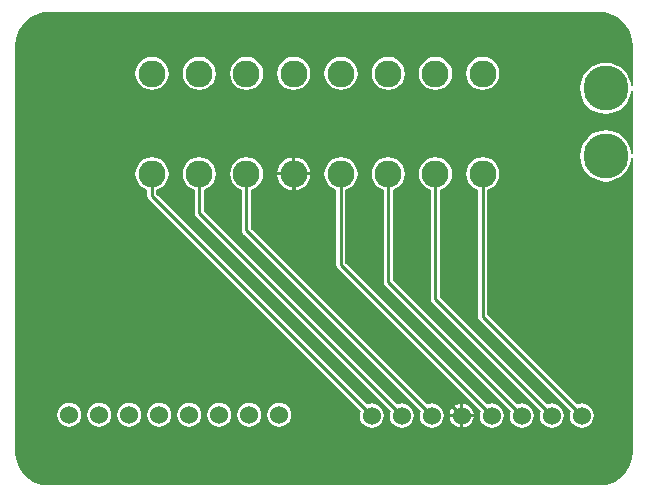
<source format=gbl>
%FSTAX23Y23*%
%MOIN*%
%SFA1B1*%

%IPPOS*%
%ADD10C,0.010000*%
%ADD11C,0.090000*%
%ADD12C,0.060000*%
%ADD13C,0.150000*%
%LNobdii-bo-1*%
%LPD*%
G36*
X00336Y00857D02*
X02175D01*
X02191Y00856*
X02207Y00852*
X02223Y00845*
X02238Y00836*
X02251Y00825*
X02262Y00812*
X02271Y00797*
X02278Y00781*
X02282Y00765*
X02283Y00748*
X02283Y00748*
Y0061*
X02278Y0061*
X02277Y00619*
X02272Y00635*
X02265Y0065*
X02254Y00663*
X02241Y00674*
X02226Y00681*
X0221Y00686*
X02194Y00688*
X02177Y00686*
X02161Y00681*
X02146Y00674*
X02133Y00663*
X02122Y0065*
X02115Y00635*
X0211Y00619*
X02108Y00603*
X0211Y00586*
X02115Y0057*
X02122Y00555*
X02133Y00542*
X02146Y00531*
X02161Y00524*
X02177Y00519*
X02194Y00517*
X0221Y00519*
X02226Y00524*
X02241Y00531*
X02254Y00542*
X02265Y00555*
X02272Y0057*
X02277Y00586*
X02278Y00595*
X02283Y00595*
Y00385*
X02278Y00385*
X02277Y00394*
X02272Y0041*
X02265Y00425*
X02254Y00438*
X02241Y00449*
X02226Y00456*
X0221Y00461*
X02194Y00463*
X02177Y00461*
X02161Y00456*
X02146Y00449*
X02133Y00438*
X02122Y00425*
X02115Y0041*
X0211Y00394*
X02108Y00378*
X0211Y00361*
X02115Y00345*
X02122Y0033*
X02133Y00317*
X02146Y00306*
X02161Y00299*
X02177Y00294*
X02194Y00292*
X0221Y00294*
X02226Y00299*
X02241Y00306*
X02254Y00317*
X02265Y0033*
X02272Y00345*
X02277Y00361*
X02278Y0037*
X02283Y0037*
Y-00611*
X02283Y-00611*
X02282Y-00628*
X02278Y-00644*
X02271Y-0066*
X02262Y-00675*
X02251Y-00688*
X02238Y-00699*
X02223Y-00708*
X02207Y-00715*
X02191Y-00719*
X02174Y-0072*
X02174Y-0072*
X00336*
X00335Y-0072*
X00318Y-00719*
X00302Y-00715*
X00286Y-00708*
X00271Y-00699*
X00258Y-00688*
X00247Y-00675*
X00238Y-0066*
X00231Y-00644*
X00227Y-00628*
X00226Y-00615*
X00226Y-00611*
Y-0061*
Y-00606*
Y00748*
X00226Y00748*
X00227Y00765*
X00231Y00781*
X00238Y00797*
X00247Y00812*
X00258Y00825*
X00271Y00836*
X00286Y00845*
X00302Y00852*
X00318Y00856*
X00335Y00857*
X00336Y00857*
G37*
%LNobdii-bo-2*%
%LPC*%
G36*
X01784Y00708D02*
X01769Y00706D01*
X01756Y007*
X01744Y00691*
X01735Y0068*
X0173Y00667*
X01728Y00652*
X0173Y00638*
X01735Y00624*
X01744Y00613*
X01756Y00604*
X01769Y00599*
X01784Y00597*
X01798Y00599*
X01811Y00604*
X01823Y00613*
X01832Y00624*
X01837Y00638*
X01839Y00652*
X01837Y00667*
X01832Y0068*
X01823Y00691*
X01811Y007*
X01798Y00706*
X01784Y00708*
G37*
G36*
X01626D02*
X01612Y00706D01*
X01598Y007*
X01587Y00691*
X01578Y0068*
X01572Y00667*
X01571Y00652*
X01572Y00638*
X01578Y00624*
X01587Y00613*
X01598Y00604*
X01612Y00599*
X01626Y00597*
X0164Y00599*
X01654Y00604*
X01665Y00613*
X01674Y00624*
X0168Y00638*
X01681Y00652*
X0168Y00667*
X01674Y0068*
X01665Y00691*
X01654Y007*
X0164Y00706*
X01626Y00708*
G37*
G36*
X01469D02*
X01454Y00706D01*
X01441Y007*
X01429Y00691*
X01421Y0068*
X01415Y00667*
X01413Y00652*
X01415Y00638*
X01421Y00624*
X01429Y00613*
X01441Y00604*
X01454Y00599*
X01469Y00597*
X01483Y00599*
X01496Y00604*
X01508Y00613*
X01517Y00624*
X01522Y00638*
X01524Y00652*
X01522Y00667*
X01517Y0068*
X01508Y00691*
X01496Y007*
X01483Y00706*
X01469Y00708*
G37*
G36*
X01311D02*
X01297Y00706D01*
X01283Y007*
X01272Y00691*
X01263Y0068*
X01257Y00667*
X01256Y00652*
X01257Y00638*
X01263Y00624*
X01272Y00613*
X01283Y00604*
X01297Y00599*
X01311Y00597*
X01325Y00599*
X01339Y00604*
X0135Y00613*
X01359Y00624*
X01365Y00638*
X01367Y00652*
X01365Y00667*
X01359Y0068*
X0135Y00691*
X01339Y007*
X01325Y00706*
X01311Y00708*
G37*
G36*
X01154D02*
X01139Y00706D01*
X01126Y007*
X01114Y00691*
X01106Y0068*
X011Y00667*
X01098Y00652*
X011Y00638*
X01106Y00624*
X01114Y00613*
X01126Y00604*
X01139Y00599*
X01154Y00597*
X01168Y00599*
X01181Y00604*
X01193Y00613*
X01202Y00624*
X01207Y00638*
X01209Y00652*
X01207Y00667*
X01202Y0068*
X01193Y00691*
X01181Y007*
X01168Y00706*
X01154Y00708*
G37*
G36*
X00996D02*
X00982Y00706D01*
X00968Y007*
X00957Y00691*
X00948Y0068*
X00943Y00667*
X00941Y00652*
X00943Y00638*
X00948Y00624*
X00957Y00613*
X00968Y00604*
X00982Y00599*
X00996Y00597*
X0101Y00599*
X01024Y00604*
X01035Y00613*
X01044Y00624*
X0105Y00638*
X01052Y00652*
X0105Y00667*
X01044Y0068*
X01035Y00691*
X01024Y007*
X0101Y00706*
X00996Y00708*
G37*
G36*
X00839D02*
X00824Y00706D01*
X00811Y007*
X00799Y00691*
X00791Y0068*
X00785Y00667*
X00783Y00652*
X00785Y00638*
X00791Y00624*
X00799Y00613*
X00811Y00604*
X00824Y00599*
X00839Y00597*
X00853Y00599*
X00866Y00604*
X00878Y00613*
X00887Y00624*
X00892Y00638*
X00894Y00652*
X00892Y00667*
X00887Y0068*
X00878Y00691*
X00866Y007*
X00853Y00706*
X00839Y00708*
G37*
G36*
X00681D02*
X00667Y00706D01*
X00653Y007*
X00642Y00691*
X00633Y0068*
X00628Y00667*
X00626Y00652*
X00628Y00638*
X00633Y00624*
X00642Y00613*
X00653Y00604*
X00667Y00599*
X00681Y00597*
X00696Y00599*
X00709Y00604*
X0072Y00613*
X00729Y00624*
X00735Y00638*
X00737Y00652*
X00735Y00667*
X00729Y0068*
X0072Y00691*
X00709Y007*
X00696Y00706*
X00681Y00708*
G37*
G36*
X01159Y00372D02*
Y00323D01*
X01208*
X01207Y00332*
X01202Y00345*
X01193Y00357*
X01181Y00366*
X01168Y00371*
X01159Y00372*
G37*
G36*
X01149D02*
X01139Y00371D01*
X01126Y00366*
X01114Y00357*
X01106Y00345*
X011Y00332*
X01099Y00323*
X01149*
Y00372*
G37*
G36*
X01208Y00313D02*
X01159D01*
Y00263*
X01168Y00264*
X01181Y00269*
X01193Y00278*
X01202Y0029*
X01207Y00303*
X01208Y00313*
G37*
G36*
X01149D02*
X01099D01*
X011Y00303*
X01106Y0029*
X01114Y00278*
X01126Y00269*
X01139Y00264*
X01149Y00263*
Y00313*
G37*
G36*
X01719Y-00448D02*
Y-00483D01*
X01753*
X01752Y-00477*
X01748Y-00467*
X01742Y-00459*
X01734Y-00453*
X01724Y-00449*
X01719Y-00448*
G37*
G36*
X01709D02*
X01703Y-00449D01*
X01693Y-00453*
X01685Y-00459*
X01679Y-00467*
X01675Y-00477*
X01674Y-00483*
X01709*
Y-00448*
G37*
G36*
X01106Y-00445D02*
X01095Y-00447D01*
X01085Y-00451*
X01077Y-00457*
X01071Y-00465*
X01067Y-00475*
X01065Y-00486*
X01067Y-00496*
X01071Y-00506*
X01077Y-00514*
X01085Y-0052*
X01095Y-00524*
X01106Y-00526*
X01116Y-00524*
X01126Y-0052*
X01134Y-00514*
X0114Y-00506*
X01144Y-00496*
X01146Y-00486*
X01144Y-00475*
X0114Y-00465*
X01134Y-00457*
X01126Y-00451*
X01116Y-00447*
X01106Y-00445*
G37*
G36*
X01006D02*
X00995Y-00447D01*
X00985Y-00451*
X00977Y-00457*
X00971Y-00465*
X00967Y-00475*
X00965Y-00486*
X00967Y-00496*
X00971Y-00506*
X00977Y-00514*
X00985Y-0052*
X00995Y-00524*
X01006Y-00526*
X01016Y-00524*
X01026Y-0052*
X01034Y-00514*
X0104Y-00506*
X01044Y-00496*
X01046Y-00486*
X01044Y-00475*
X0104Y-00465*
X01034Y-00457*
X01026Y-00451*
X01016Y-00447*
X01006Y-00445*
G37*
G36*
X00906D02*
X00895Y-00447D01*
X00885Y-00451*
X00877Y-00457*
X00871Y-00465*
X00867Y-00475*
X00865Y-00486*
X00867Y-00496*
X00871Y-00506*
X00877Y-00514*
X00885Y-0052*
X00895Y-00524*
X00906Y-00526*
X00916Y-00524*
X00926Y-0052*
X00934Y-00514*
X0094Y-00506*
X00944Y-00496*
X00946Y-00486*
X00944Y-00475*
X0094Y-00465*
X00934Y-00457*
X00926Y-00451*
X00916Y-00447*
X00906Y-00445*
G37*
G36*
X00806D02*
X00795Y-00447D01*
X00785Y-00451*
X00777Y-00457*
X00771Y-00465*
X00767Y-00475*
X00765Y-00486*
X00767Y-00496*
X00771Y-00506*
X00777Y-00514*
X00785Y-0052*
X00795Y-00524*
X00806Y-00526*
X00816Y-00524*
X00826Y-0052*
X00834Y-00514*
X0084Y-00506*
X00844Y-00496*
X00846Y-00486*
X00844Y-00475*
X0084Y-00465*
X00834Y-00457*
X00826Y-00451*
X00816Y-00447*
X00806Y-00445*
G37*
G36*
X00706D02*
X00695Y-00447D01*
X00685Y-00451*
X00677Y-00457*
X00671Y-00465*
X00667Y-00475*
X00665Y-00486*
X00667Y-00496*
X00671Y-00506*
X00677Y-00514*
X00685Y-0052*
X00695Y-00524*
X00706Y-00526*
X00716Y-00524*
X00726Y-0052*
X00734Y-00514*
X0074Y-00506*
X00744Y-00496*
X00746Y-00486*
X00744Y-00475*
X0074Y-00465*
X00734Y-00457*
X00726Y-00451*
X00716Y-00447*
X00706Y-00445*
G37*
G36*
X00606D02*
X00595Y-00447D01*
X00585Y-00451*
X00577Y-00457*
X00571Y-00465*
X00567Y-00475*
X00565Y-00486*
X00567Y-00496*
X00571Y-00506*
X00577Y-00514*
X00585Y-0052*
X00595Y-00524*
X00606Y-00526*
X00616Y-00524*
X00626Y-0052*
X00634Y-00514*
X0064Y-00506*
X00644Y-00496*
X00646Y-00486*
X00644Y-00475*
X0064Y-00465*
X00634Y-00457*
X00626Y-00451*
X00616Y-00447*
X00606Y-00445*
G37*
G36*
X00506D02*
X00495Y-00447D01*
X00485Y-00451*
X00477Y-00457*
X00471Y-00465*
X00467Y-00475*
X00465Y-00486*
X00467Y-00496*
X00471Y-00506*
X00477Y-00514*
X00485Y-0052*
X00495Y-00524*
X00506Y-00526*
X00516Y-00524*
X00526Y-0052*
X00534Y-00514*
X0054Y-00506*
X00544Y-00496*
X00546Y-00486*
X00544Y-00475*
X0054Y-00465*
X00534Y-00457*
X00526Y-00451*
X00516Y-00447*
X00506Y-00445*
G37*
G36*
X00406D02*
X00395Y-00447D01*
X00385Y-00451*
X00377Y-00457*
X00371Y-00465*
X00367Y-00475*
X00365Y-00486*
X00367Y-00496*
X00371Y-00506*
X00377Y-00514*
X00385Y-0052*
X00395Y-00524*
X00406Y-00526*
X00416Y-00524*
X00426Y-0052*
X00434Y-00514*
X0044Y-00506*
X00444Y-00496*
X00446Y-00486*
X00444Y-00475*
X0044Y-00465*
X00434Y-00457*
X00426Y-00451*
X00416Y-00447*
X00406Y-00445*
G37*
G36*
X01709Y-00493D02*
X01674D01*
X01675Y-00498*
X01679Y-00508*
X01685Y-00516*
X01693Y-00522*
X01703Y-00526*
X01709Y-00527*
Y-00493*
G37*
G36*
X01753D02*
X01719D01*
Y-00527*
X01724Y-00526*
X01734Y-00522*
X01742Y-00516*
X01748Y-00508*
X01752Y-00498*
X01753Y-00493*
G37*
G36*
X01784Y00373D02*
X01769Y00371D01*
X01756Y00366*
X01744Y00357*
X01735Y00345*
X0173Y00332*
X01728Y00318*
X0173Y00303*
X01735Y0029*
X01744Y00278*
X01756Y00269*
X01768Y00264*
Y-00158*
X01769Y-00163*
X01773Y-00168*
X02077Y-00472*
X02075Y-00477*
X02073Y-00488*
X02075Y-00498*
X02079Y-00508*
X02085Y-00516*
X02093Y-00522*
X02103Y-00526*
X02114Y-00528*
X02124Y-00526*
X02134Y-00522*
X02142Y-00516*
X02148Y-00508*
X02152Y-00498*
X02154Y-00488*
X02152Y-00477*
X02148Y-00467*
X02142Y-00459*
X02134Y-00453*
X02124Y-00449*
X02114Y-00447*
X02103Y-00449*
X02098Y-00451*
X01799Y-00151*
Y00264*
X01811Y00269*
X01823Y00278*
X01832Y0029*
X01837Y00303*
X01839Y00318*
X01837Y00332*
X01832Y00345*
X01823Y00357*
X01811Y00366*
X01798Y00371*
X01784Y00373*
G37*
G36*
X01626D02*
X01612Y00371D01*
X01598Y00366*
X01587Y00357*
X01578Y00345*
X01572Y00332*
X01571Y00318*
X01572Y00303*
X01578Y0029*
X01587Y00278*
X01598Y00269*
X01611Y00264*
Y-001*
X01612Y-00106*
X01615Y-00111*
X01977Y-00472*
X01975Y-00477*
X01973Y-00488*
X01975Y-00498*
X01979Y-00508*
X01985Y-00516*
X01993Y-00522*
X02003Y-00526*
X02014Y-00528*
X02024Y-00526*
X02034Y-00522*
X02042Y-00516*
X02048Y-00508*
X02052Y-00498*
X02054Y-00488*
X02052Y-00477*
X02048Y-00467*
X02042Y-00459*
X02034Y-00453*
X02024Y-00449*
X02014Y-00447*
X02003Y-00449*
X01998Y-00451*
X01641Y-00094*
Y00264*
X01654Y00269*
X01665Y00278*
X01674Y0029*
X0168Y00303*
X01681Y00318*
X0168Y00332*
X01674Y00345*
X01665Y00357*
X01654Y00366*
X0164Y00371*
X01626Y00373*
G37*
G36*
X01469D02*
X01454Y00371D01*
X01441Y00366*
X01429Y00357*
X01421Y00345*
X01415Y00332*
X01413Y00318*
X01415Y00303*
X01421Y0029*
X01429Y00278*
X01441Y00269*
X01453Y00264*
Y-00043*
X01454Y-00048*
X01458Y-00053*
X01877Y-00472*
X01875Y-00477*
X01873Y-00488*
X01875Y-00498*
X01879Y-00508*
X01885Y-00516*
X01893Y-00522*
X01903Y-00526*
X01914Y-00528*
X01924Y-00526*
X01934Y-00522*
X01942Y-00516*
X01948Y-00508*
X01952Y-00498*
X01954Y-00488*
X01952Y-00477*
X01948Y-00467*
X01942Y-00459*
X01934Y-00453*
X01924Y-00449*
X01914Y-00447*
X01903Y-00449*
X01898Y-00451*
X01484Y-00036*
Y00264*
X01496Y00269*
X01508Y00278*
X01517Y0029*
X01522Y00303*
X01524Y00318*
X01522Y00332*
X01517Y00345*
X01508Y00357*
X01496Y00366*
X01483Y00371*
X01469Y00373*
G37*
G36*
X01311D02*
X01297Y00371D01*
X01283Y00366*
X01272Y00357*
X01263Y00345*
X01257Y00332*
X01256Y00318*
X01257Y00303*
X01263Y0029*
X01272Y00278*
X01283Y00269*
X01296Y00264*
Y00014*
X01297Y00008*
X013Y00003*
X01777Y-00472*
X01775Y-00477*
X01773Y-00488*
X01775Y-00498*
X01779Y-00508*
X01785Y-00516*
X01793Y-00522*
X01803Y-00526*
X01814Y-00528*
X01824Y-00526*
X01834Y-00522*
X01842Y-00516*
X01848Y-00508*
X01852Y-00498*
X01854Y-00488*
X01852Y-00477*
X01848Y-00467*
X01842Y-00459*
X01834Y-00453*
X01824Y-00449*
X01814Y-00447*
X01803Y-00449*
X01798Y-00451*
X01326Y0002*
Y00264*
X01339Y00269*
X0135Y00278*
X01359Y0029*
X01365Y00303*
X01367Y00318*
X01365Y00332*
X01359Y00345*
X0135Y00357*
X01339Y00366*
X01325Y00371*
X01311Y00373*
G37*
G36*
X00996D02*
X00982Y00371D01*
X00968Y00366*
X00957Y00357*
X00948Y00345*
X00943Y00332*
X00941Y00318*
X00943Y00303*
X00948Y0029*
X00957Y00278*
X00968Y00269*
X00981Y00264*
Y00129*
X00982Y00123*
X00985Y00118*
X01577Y-00472*
X01575Y-00477*
X01573Y-00488*
X01575Y-00498*
X01579Y-00508*
X01585Y-00516*
X01593Y-00522*
X01603Y-00526*
X01614Y-00528*
X01624Y-00526*
X01634Y-00522*
X01642Y-00516*
X01648Y-00508*
X01652Y-00498*
X01654Y-00488*
X01652Y-00477*
X01648Y-00467*
X01642Y-00459*
X01634Y-00453*
X01624Y-00449*
X01614Y-00447*
X01603Y-00449*
X01598Y-00451*
X01011Y00135*
Y00264*
X01024Y00269*
X01035Y00278*
X01044Y0029*
X0105Y00303*
X01052Y00318*
X0105Y00332*
X01044Y00345*
X01035Y00357*
X01024Y00366*
X0101Y00371*
X00996Y00373*
G37*
G36*
X00839D02*
X00824Y00371D01*
X00811Y00366*
X00799Y00357*
X00791Y00345*
X00785Y00332*
X00783Y00318*
X00785Y00303*
X00791Y0029*
X00799Y00278*
X00811Y00269*
X00823Y00264*
Y00186*
X00824Y00181*
X00828Y00176*
X01477Y-00472*
X01475Y-00477*
X01473Y-00488*
X01475Y-00498*
X01479Y-00508*
X01485Y-00516*
X01493Y-00522*
X01503Y-00526*
X01514Y-00528*
X01524Y-00526*
X01534Y-00522*
X01542Y-00516*
X01548Y-00508*
X01552Y-00498*
X01554Y-00488*
X01552Y-00477*
X01548Y-00467*
X01542Y-00459*
X01534Y-00453*
X01524Y-00449*
X01514Y-00447*
X01503Y-00449*
X01498Y-00451*
X00854Y00193*
Y00264*
X00866Y00269*
X00878Y00278*
X00887Y0029*
X00892Y00303*
X00894Y00318*
X00892Y00332*
X00887Y00345*
X00878Y00357*
X00866Y00366*
X00853Y00371*
X00839Y00373*
G37*
G36*
X00681D02*
X00667Y00371D01*
X00653Y00366*
X00642Y00357*
X00633Y00345*
X00628Y00332*
X00626Y00318*
X00628Y00303*
X00633Y0029*
X00642Y00278*
X00653Y00269*
X00666Y00264*
Y00244*
X00667Y00238*
X0067Y00233*
X01377Y-00472*
X01375Y-00477*
X01373Y-00488*
X01375Y-00498*
X01379Y-00508*
X01385Y-00516*
X01393Y-00522*
X01403Y-00526*
X01414Y-00528*
X01424Y-00526*
X01434Y-00522*
X01442Y-00516*
X01448Y-00508*
X01452Y-00498*
X01454Y-00488*
X01452Y-00477*
X01448Y-00467*
X01442Y-00459*
X01434Y-00453*
X01424Y-00449*
X01414Y-00447*
X01403Y-00449*
X01398Y-00451*
X00696Y0025*
Y00264*
X00709Y00269*
X0072Y00278*
X00729Y0029*
X00735Y00303*
X00737Y00318*
X00735Y00332*
X00729Y00345*
X0072Y00357*
X00709Y00366*
X00696Y00371*
X00681Y00373*
G37*
%LNobdii-bo-3*%
%LPD*%
G54D10*
X01784Y-00158D02*
Y00318D01*
Y-00158D02*
X02114Y-00488D01*
X01626Y-001D02*
Y00318D01*
Y-001D02*
X02014Y-00488D01*
X01469Y-00043D02*
Y00318D01*
Y-00043D02*
X01914Y-00488D01*
X01311Y00014D02*
Y00318D01*
Y00014D02*
X01814Y-00488D01*
X01154Y00071D02*
Y00318D01*
Y00071D02*
X01714Y-00488D01*
X00996Y00129D02*
Y00318D01*
Y00129D02*
X01614Y-00488D01*
X00839Y00186D02*
Y00318D01*
Y00186D02*
X01514Y-00488D01*
X00681Y00244D02*
Y00318D01*
Y00244D02*
X01414Y-00488D01*
G54D11*
X01784Y00318D03*
X01626D03*
X01469D03*
X01311D03*
X01154D03*
X00996D03*
X00839D03*
X00681D03*
Y00652D03*
X00839D03*
X00996D03*
X01154D03*
X01311D03*
X01469D03*
X01626D03*
X01784D03*
G54D12*
X01414Y-00488D03*
X01514D03*
X01714D03*
X01814D03*
X01914D03*
X02014D03*
X02114D03*
X01614D03*
X00406Y-00486D03*
X00506D03*
X00706D03*
X00806D03*
X00906D03*
X01006D03*
X01106D03*
X00606D03*
G54D13*
X02194Y00603D03*
Y00378D03*
M02*
</source>
